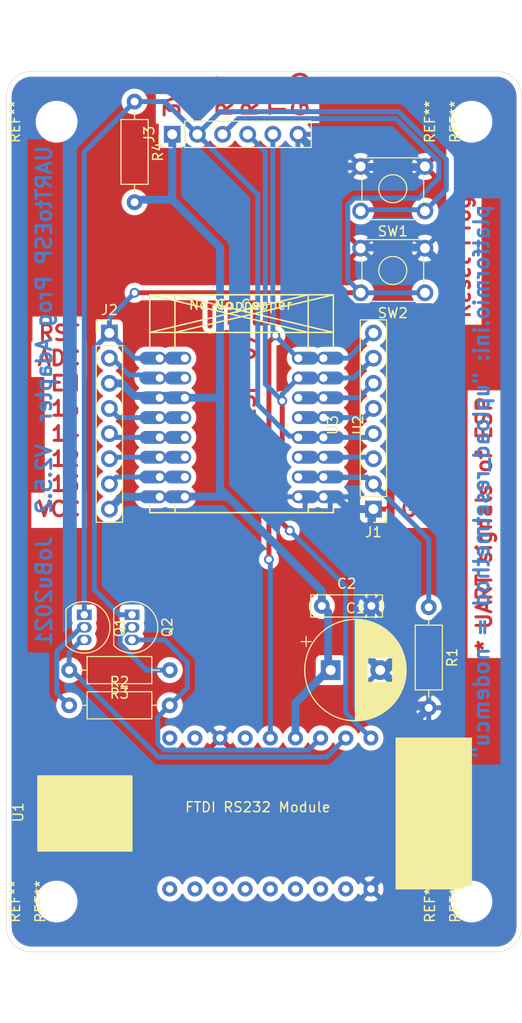
<source format=kicad_pcb>
(kicad_pcb (version 20211014) (generator pcbnew)
  (layers (0 "F.Cu" signal) (31 "B.Cu" signal) (34 "B.Paste" user) (35 "F.Paste" user) (36 "B.SilkS" user "B.Silkscreen") (37 "F.SilkS" user "F.Silkscreen") (38 "B.Mask" user) (39 "F.Mask" user) (44 "Edge.Cuts" user))
  (net 0 "")
  (net 1 "TX")
  (net 2 "RX")
  (net 3 "5")
  (net 4 "4")
  (net 5 "0")
  (net 6 "2")
  (net 7 "15")
  (net 8 "GND")
  (net 9 "13")
  (net 10 "12")
  (net 11 "14")
  (net 12 "16")
  (net 13 "ADC")
  (net 14 "RST")
  (net 15 "Net-(U1-Pad18)")
  (net 16 "Net-(U1-Pad17)")
  (net 17 "Net-(U1-Pad15)")
  (net 18 "Net-(U1-Pad8)")
  (net 19 "Net-(U1-Pad7)")
  (net 20 "Net-(U1-Pad6)")
  (net 21 "Net-(U1-Pad5)")
  (net 22 "Net-(U1-Pad4)")
  (net 23 "Net-(U1-Pad3)")
  (net 24 "Net-(U1-Pad2)")
  (net 25 "Net-(U1-Pad1)")
  (net 26 "/DTR")
  (net 27 "/RTSR")
  (net 28 "/RTS")
  (net 29 "/DTRR")
  (net 30 "VCC")
  (footprint "Package_TO_SOT_THT:TO-92_Inline" (layer "F.Cu") (at 50.038 90.17 -90)
    (fp_text reference "Q1" (at 1.27 -3.56 90) (layer "F.SilkS"))
    (fp_text value "BC547")
    (pad "1" thru_hole rect locked (at 0 0 270) (size 1.05 1.5) (drill 0.75) (layers *.Cu *.Mask) (net 5 "0"))
    (pad "2" thru_hole oval locked (at 1.27 0 270) (size 1.05 1.5) (drill 0.75) (layers *.Cu *.Mask) (net 27 "/RTSR"))
    (pad "3" thru_hole oval locked (at 2.54 0 270) (size 1.05 1.5) (drill 0.75) (layers *.Cu *.Mask) (net 26 "/DTR"))
  )
  (footprint "Package_TO_SOT_THT:TO-92_Inline" (layer "F.Cu") (at 54.864 90.17 -90)
    (fp_text reference "Q2" (at 1.27 -3.56 90) (layer "F.SilkS"))
    (fp_text value "BC547")
    (pad "1" thru_hole rect locked (at 0 0 270) (size 1.05 1.5) (drill 0.75) (layers *.Cu *.Mask) (net 14 "RST"))
    (pad "2" thru_hole oval locked (at 1.27 0 270) (size 1.05 1.5) (drill 0.75) (layers *.Cu *.Mask) (net 29 "/DTRR"))
    (pad "3" thru_hole oval locked (at 2.54 0 270) (size 1.05 1.5) (drill 0.75) (layers *.Cu *.Mask) (net 28 "/RTS"))
  )
  (footprint "Resistor_THT:R_Axial_DIN0207_L6.3mm_D2.5mm_P10.16mm_Horizontal" (layer "F.Cu") (at 84.836 89.408 -90)
    (fp_text reference "R1" (at 5.08 -2.37 90) (layer "F.SilkS"))
    (fp_text value "12kR")
    (pad "1" thru_hole circle locked (at 0 0 270) (size 1.6 1.6) (drill 0.8) (layers *.Cu *.Mask) (net 7 "15"))
    (pad "2" thru_hole oval locked (at 10.16 0 270) (size 1.6 1.6) (drill 0.8) (layers *.Cu *.Mask) (net 8 "GND"))
  )
  (footprint "Resistor_THT:R_Axial_DIN0207_L6.3mm_D2.5mm_P10.16mm_Horizontal" (layer "F.Cu") (at 48.514 99.314)
    (fp_text reference "R2" (at 5.08 -2.37) (layer "F.SilkS"))
    (fp_text value "1kR")
    (pad "1" thru_hole circle locked (at 0 0) (size 1.6 1.6) (drill 0.8) (layers *.Cu *.Mask) (net 27 "/RTSR"))
    (pad "2" thru_hole oval locked (at 10.16 0) (size 1.6 1.6) (drill 0.8) (layers *.Cu *.Mask) (net 28 "/RTS"))
  )
  (footprint "Resistor_THT:R_Axial_DIN0207_L6.3mm_D2.5mm_P10.16mm_Horizontal" (layer "F.Cu") (at 58.674 95.758 180)
    (fp_text reference "R3" (at 5.08 -2.37) (layer "F.SilkS"))
    (fp_text value "1kR")
    (pad "1" thru_hole circle locked (at 0 0 180) (size 1.6 1.6) (drill 0.8) (layers *.Cu *.Mask) (net 29 "/DTRR"))
    (pad "2" thru_hole oval locked (at 10.16 0 180) (size 1.6 1.6) (drill 0.8) (layers *.Cu *.Mask) (net 26 "/DTR"))
  )
  (footprint "USBtoUART_USBtoTTL_FT232RL:USBtoUART_USBtoTTL_FT232rl" (layer "F.Cu") (at 45.974 117.856 90)
    (fp_text reference "U1" (at 7.73 -2.6 90) (layer "F.SilkS"))
    (fp_text value "USBtoUART_adapter")
    (fp_text user "FTDI RS232 Module" (at 8.255 21.59) (layer "F.SilkS"))
    (pad "1" thru_hole circle locked (at 0 12.7 90) (size 1.524 1.524) (drill 0.762) (layers *.Cu *.Mask) (net 25 "Net-(U1-Pad1)"))
    (pad "2" thru_hole circle locked (at 0 15.24 90) (size 1.524 1.524) (drill 0.762) (layers *.Cu *.Mask) (net 24 "Net-(U1-Pad2)"))
    (pad "3" thru_hole circle locked (at 0 17.78 90) (size 1.524 1.524) (drill 0.762) (layers *.Cu *.Mask) (net 23 "Net-(U1-Pad3)"))
    (pad "4" thru_hole circle locked (at 0 20.32 90) (size 1.524 1.524) (drill 0.762) (layers *.Cu *.Mask) (net 22 "Net-(U1-Pad4)"))
    (pad "5" thru_hole circle locked (at 0 22.86 90) (size 1.524 1.524) (drill 0.762) (layers *.Cu *.Mask) (net 21 "Net-(U1-Pad5)"))
    (pad "6" thru_hole circle locked (at 0 25.4 90) (size 1.524 1.524) (drill 0.762) (layers *.Cu *.Mask) (net 20 "Net-(U1-Pad6)"))
    (pad "7" thru_hole circle locked (at 0 27.94 90) (size 1.524 1.524) (drill 0.762) (layers *.Cu *.Mask) (net 19 "Net-(U1-Pad7)"))
    (pad "8" thru_hole circle locked (at 0 30.48 90) (size 1.524 1.524) (drill 0.762) (layers *.Cu *.Mask) (net 18 "Net-(U1-Pad8)"))
    (pad "9" thru_hole circle locked (at 0 33.02 90) (size 1.524 1.524) (drill 0.762) (layers *.Cu *.Mask) (net 8 "GND"))
    (pad "10" thru_hole circle locked (at 15.24 33.02 90) (size 1.524 1.524) (drill 0.762) (layers *.Cu *.Mask) (net 2 "RX"))
    (pad "11" thru_hole circle locked (at 15.24 30.48 90) (size 1.524 1.524) (drill 0.762) (layers *.Cu *.Mask) (net 26 "/DTR"))
    (pad "12" thru_hole circle locked (at 15.24 27.94 90) (size 1.524 1.524) (drill 0.762) (layers *.Cu *.Mask) (net 28 "/RTS"))
    (pad "13" thru_hole circle locked (at 15.24 25.4 90) (size 1.524 1.524) (drill 0.762) (layers *.Cu *.Mask) (net 30 "VCC"))
    (pad "14" thru_hole circle locked (at 15.24 22.86 90) (size 1.524 1.524) (drill 0.762) (layers *.Cu *.Mask) (net 1 "TX"))
    (pad "15" thru_hole circle locked (at 15.24 20.32 90) (size 1.524 1.524) (drill 0.762) (layers *.Cu *.Mask) (net 17 "Net-(U1-Pad15)"))
    (pad "16" thru_hole circle locked (at 15.24 17.78 90) (size 1.524 1.524) (drill 0.762) (layers *.Cu *.Mask) (net 8 "GND"))
    (pad "17" thru_hole circle locked (at 15.24 15.24 90) (size 1.524 1.524) (drill 0.762) (layers *.Cu *.Mask) (net 16 "Net-(U1-Pad17)"))
    (pad "18" thru_hole circle locked (at 15.24 12.7 90) (size 1.524 1.524) (drill 0.762) (layers *.Cu *.Mask) (net 15 "Net-(U1-Pad18)"))
  )
  (footprint "Capacitor_THT:C_Rect_L7.0mm_W2.0mm_P5.00mm" (layer "F.Cu") (at 74.041 89.281)
    (fp_text reference "C2" (at 2.5 -2.25) (layer "F.SilkS"))
    (fp_text value "100nF")
    (pad "1" thru_hole circle locked (at 0 0) (size 1.6 1.6) (drill 0.8) (layers *.Cu *.Mask) (net 30 "VCC"))
    (pad "2" thru_hole circle locked (at 5 0) (size 1.6 1.6) (drill 0.8) (layers *.Cu *.Mask) (net 8 "GND"))
  )
  (footprint "MountingHole:MountingHole_3.2mm_M3" (layer "F.Cu") (at 47.244 119.126 90)
    (fp_text reference "REF**" (at 0 -4.2 90) (layer "F.SilkS"))
    (fp_text value "MountingHole_3.2mm_M3")
    (pad "" np_thru_hole circle locked (at 0 0 90) (size 3.2 3.2) (drill 3.2) (layers *.Cu *.Mask))
  )
  (footprint "MountingHole:MountingHole_3.2mm_M3" (layer "F.Cu") (at 89.154 119.126 90)
    (fp_text reference "REF**" (at 0 -4.2 90) (layer "F.SilkS"))
    (fp_text value "MountingHole_3.2mm_M3")
    (pad "" np_thru_hole circle locked (at 0 0 90) (size 3.2 3.2) (drill 3.2) (layers *.Cu *.Mask))
  )
  (footprint "MountingHole:MountingHole_3.2mm_M3" (layer "F.Cu") (at 47.244 40.386 90)
    (fp_text reference "REF**" (at 0 -4.2 90) (layer "F.SilkS"))
    (fp_text value "MountingHole_3.2mm_M3")
    (pad "" np_thru_hole circle locked (at 0 0 90) (size 3.2 3.2) (drill 3.2) (layers *.Cu *.Mask))
  )
  (footprint "fiducial-lpkf-kicad-footprint-master:LPKF_Passermarke_Pad_D1.5mm" (layer "F.Cu") (at 89.154 119.126 90)
    (fp_text reference "REF**" (at 0 -1.648 90) (layer "F.SilkS"))
    (fp_text value "LPKF_Passermarke_Pad_D1.5mm")
    (pad "1" smd circle locked (at 0 0 90) (size 1.5 1.5) (layers "F.Cu" "F.Mask" "Eco1.User"))
  )
  (footprint "fiducial-lpkf-kicad-footprint-master:LPKF_Passermarke_Pad_D1.5mm" (layer "F.Cu") (at 89.154 40.386 90)
    (fp_text reference "REF**" (at 0 -1.648 90) (layer "F.SilkS"))
    (fp_text value "LPKF_Passermarke_Pad_D1.5mm")
    (pad "1" smd circle locked (at 0 0 90) (size 1.5 1.5) (layers "F.Cu" "F.Mask" "Eco1.User"))
  )
  (footprint "fiducial-lpkf-kicad-footprint-master:LPKF_Passermarke_Pad_D1.5mm" (layer "F.Cu") (at 47.244 119.126 90)
    (fp_text reference "REF**" (at 0 -1.648 90) (layer "F.SilkS"))
    (fp_text value "LPKF_Passermarke_Pad_D1.5mm")
    (pad "1" smd circle locked (at 0 0 90) (size 1.5 1.5) (layers "F.Cu" "F.Mask" "Eco1.User"))
  )
  (footprint "Capacitor_THT:CP_Radial_D10.0mm_P5.00mm" (layer "F.Cu") (at 74.93 95.758)
    (fp_text reference "C1" (at 2.5 -6.25) (layer "F.SilkS"))
    (fp_text value "100µ")
    (pad "1" thru_hole rect locked (at 0 0) (size 2 2) (drill 1) (layers *.Cu *.Mask) (net 30 "VCC"))
    (pad "2" thru_hole circle locked (at 5 0) (size 2 2) (drill 1) (layers *.Cu *.Mask) (net 8 "GND"))
  )
  (footprint "Connector_PinHeader_2.54mm:PinHeader_1x06_P2.54mm_Vertical" (layer "F.Cu") (at 58.928 41.656 90)
    (fp_text reference "J3" (at 0 -2.33 90) (layer "F.SilkS"))
    (fp_text value "Conn_01x06_Female")
    (pad "1" thru_hole rect locked (at 0 0 90) (size 1.7 1.7) (drill 1) (layers *.Cu *.Mask) (net 30 "VCC"))
    (pad "2" thru_hole oval locked (at 0 2.54 90) (size 1.7 1.7) (drill 1) (layers *.Cu *.Mask) (net 5 "0"))
    (pad "3" thru_hole oval locked (at 0 5.08 90) (size 1.7 1.7) (drill 1) (layers *.Cu *.Mask) (net 14 "RST"))
    (pad "4" thru_hole oval locked (at 0 7.62 90) (size 1.7 1.7) (drill 1) (layers *.Cu *.Mask) (net 2 "RX"))
    (pad "5" thru_hole oval locked (at 0 10.16 90) (size 1.7 1.7) (drill 1) (layers *.Cu *.Mask) (net 1 "TX"))
    (pad "6" thru_hole oval locked (at 0 12.7 90) (size 1.7 1.7) (drill 1) (layers *.Cu *.Mask) (net 8 "GND"))
  )
  (footprint "MountingHole:MountingHole_3.2mm_M3" (layer "F.Cu") (at 89.154 40.386 90)
    (fp_text reference "REF**" (at 0 -4.2 90) (layer "F.SilkS"))
    (fp_text value "MountingHole_3.2mm_M3")
    (pad "" np_thru_hole circle locked (at 0 0 90) (size 3.2 3.2) (drill 3.2) (layers *.Cu *.Mask))
  )
  (footprint "Resistor_THT:R_Axial_DIN0207_L6.3mm_D2.5mm_P10.16mm_Horizontal" (layer "F.Cu") (at 55.118 38.354 -90)
    (fp_text reference "R4" (at 5.08 -2.37 90) (layer "F.SilkS"))
    (fp_text value "12k")
    (pad "1" thru_hole circle locked (at 0 0 270) (size 1.6 1.6) (drill 0.8) (layers *.Cu *.Mask) (net 5 "0"))
    (pad "2" thru_hole oval locked (at 10.16 0 270) (size 1.6 1.6) (drill 0.8) (layers *.Cu *.Mask) (net 30 "VCC"))
  )
  (footprint "Button_Switch_THT:SW_TH_Tactile_Omron_B3F-10xx" (layer "F.Cu") (at 84.455 49.403 180)
    (fp_text reference "SW1" (at 3.25 -2.05) (layer "F.SilkS"))
    (fp_text value "PROGRAM")
    (pad "1" thru_hole circle locked (at 0 0 180) (size 1.7 1.7) (drill 1) (layers *.Cu *.Mask) (net 5 "0"))
    (pad "2" thru_hole circle locked (at 6.5 0 180) (size 1.7 1.7) (drill 1) (layers *.Cu *.Mask) (net 5 "0"))
    (pad "3" thru_hole circle locked (at 0 4.5 180) (size 1.7 1.7) (drill 1) (layers *.Cu *.Mask) (net 8 "GND"))
    (pad "4" thru_hole circle locked (at 6.5 4.5 180) (size 1.7 1.7) (drill 1) (layers *.Cu *.Mask) (net 8 "GND"))
  )
  (footprint "Button_Switch_THT:SW_TH_Tactile_Omron_B3F-10xx" (layer "F.Cu") (at 84.455 57.658 180)
    (fp_text reference "SW2" (at 3.25 -2.05) (layer "F.SilkS"))
    (fp_text value "RESET")
    (pad "1" thru_hole circle locked (at 0 0 180) (size 1.7 1.7) (drill 1) (layers *.Cu *.Mask) (net 14 "RST"))
    (pad "2" thru_hole circle locked (at 6.5 0 180) (size 1.7 1.7) (drill 1) (layers *.Cu *.Mask) (net 14 "RST"))
    (pad "3" thru_hole circle locked (at 0 4.5 180) (size 1.7 1.7) (drill 1) (layers *.Cu *.Mask) (net 8 "GND"))
    (pad "4" thru_hole circle locked (at 6.5 4.5 180) (size 1.7 1.7) (drill 1) (layers *.Cu *.Mask) (net 8 "GND"))
  )
  (footprint "ESP8266:ESP-07_tht" (layer "F.Cu") (at 60.198 64.262)
    (fp_text reference "U2" (at 17.5 6.75 -270) (layer "F.SilkS"))
    (fp_text value "ESP-07")
    (fp_text user "No Copper" (at 6.892 -5.4) (layer "F.SilkS"))
    (pad "1" thru_hole oval locked (at 0 0) (size 2.7 1.3) (drill 0.8 (offset -0.7 0)) (layers *.Cu *.Mask) (net 14 "RST"))
    (pad "2" thru_hole oval locked (at 0 2) (size 2.7 1.3) (drill 0.8 (offset -0.7 0)) (layers *.Cu *.Mask) (net 13 "ADC"))
    (pad "3" thru_hole oval locked (at 0 4) (size 2.7 1.3) (drill 0.8 (offset -0.7 0)) (layers *.Cu *.Mask) (net 30 "VCC"))
    (pad "4" thru_hole oval locked (at 0 6) (size 2.7 1.3) (drill 0.8 (offset -0.7 0)) (layers *.Cu *.Mask) (net 12 "16"))
    (pad "5" thru_hole oval locked (at 0 8) (size 2.7 1.3) (drill 0.8 (offset -0.7 0)) (layers *.Cu *.Mask) (net 11 "14"))
    (pad "6" thru_hole oval locked (at 0 10) (size 2.7 1.3) (drill 0.8 (offset -0.7 0)) (layers *.Cu *.Mask) (net 10 "12"))
    (pad "7" thru_hole oval locked (at 0 12) (size 2.7 1.3) (drill 0.8 (offset -0.7 0)) (layers *.Cu *.Mask) (net 9 "13"))
    (pad "8" thru_hole oval locked (at 0 14) (size 2.7 1.3) (drill 0.8 (offset -0.7 0)) (layers *.Cu *.Mask) (net 30 "VCC"))
    (pad "9" thru_hole oval locked (at 14 14) (size 2.7 1.3) (drill 0.8 (offset 0.7 0)) (layers *.Cu *.Mask) (net 8 "GND"))
    (pad "10" thru_hole oval locked (at 14 12) (size 2.7 1.3) (drill 0.8 (offset 0.7 0)) (layers *.Cu *.Mask) (net 7 "15"))
    (pad "11" thru_hole oval locked (at 14 10) (size 2.7 1.3) (drill 0.8 (offset 0.7 0)) (layers *.Cu *.Mask) (net 6 "2"))
    (pad "12" thru_hole oval locked (at 14 8) (size 2.7 1.3) (drill 0.8 (offset 0.7 0)) (layers *.Cu *.Mask) (net 5 "0"))
    (pad "13" thru_hole oval locked (at 14 6) (size 2.7 1.3) (drill 0.8 (offset 0.7 0)) (layers *.Cu *.Mask) (net 4 "4"))
    (pad "14" thru_hole oval locked (at 14 4) (size 2.7 1.3) (drill 0.8 (offset 0.7 0)) (layers *.Cu *.Mask) (net 3 "5"))
    (pad "15" thru_hole oval locked (at 14 2) (size 2.7 1.3) (drill 0.8 (offset 0.7 0)) (layers *.Cu *.Mask) (net 2 "RX"))
    (pad "16" thru_hole oval locked (at 14 0) (size 2.7 1.3) (drill 0.8 (offset 0.7 0)) (layers *.Cu *.Mask) (net 1 "TX"))
  )
  (footprint "ESP8266:ESP-07_tht" (layer "F.Cu") (at 57.658 64.262)
    (fp_text reference "U3" (at 17.5 6.75 -270) (layer "F.SilkS"))
    (fp_text value "ESP-07")
    (fp_text user "No Copper" (at 6.892 -5.4) (layer "F.SilkS"))
    (pad "1" thru_hole oval locked (at 0 0) (size 2.7 1.3) (drill 0.8 (offset -0.7 0)) (layers *.Cu *.Mask) (net 14 "RST"))
    (pad "2" thru_hole oval locked (at 0 2) (size 2.7 1.3) (drill 0.8 (offset -0.7 0)) (layers *.Cu *.Mask) (net 13 "ADC"))
    (pad "3" thru_hole oval locked (at 0 4) (size 2.7 1.3) (drill 0.8 (offset -0.7 0)) (layers *.Cu *.Mask) (net 30 "VCC"))
    (pad "4" thru_hole oval locked (at 0 6) (size 2.7 1.3) (drill 0.8 (offset -0.7 0)) (layers *.Cu *.Mask) (net 12 "16"))
    (pad "5" thru_hole oval locked (at 0 8) (size 2.7 1.3) (drill 0.8 (offset -0.7 0)) (layers *.Cu *.Mask) (net 11 "14"))
    (pad "6" thru_hole oval locked (at 0 10) (size 2.7 1.3) (drill 0.8 (offset -0.7 0)) (layers *.Cu *.Mask) (net 10 "12"))
    (pad "7" thru_hole oval locked (at 0 12) (size 2.7 1.3) (drill 0.8 (offset -0.7 0)) (layers *.Cu *.Mask) (net 9 "13"))
    (pad "8" thru_hole oval locked (at 0 14) (size 2.7 1.3) (drill 0.8 (offset -0.7 0)) (layers *.Cu *.Mask) (net 30 "VCC"))
    (pad "9" thru_hole oval locked (at 14 14) (size 2.7 1.3) (drill 0.8 (offset 0.7 0)) (layers *.Cu *.Mask) (net 8 "GND"))
    (pad "10" thru_hole oval locked (at 14 12) (size 2.7 1.3) (drill 0.8 (offset 0.7 0)) (layers *.Cu *.Mask) (net 7 "15"))
    (pad "11" thru_hole oval locked (at 14 10) (size 2.7 1.3) (drill 0.8 (offset 0.7 0)) (layers *.Cu *.Mask) (net 6 "2"))
    (pad "12" thru_hole oval locked (at 14 8) (size 2.7 1.3) (drill 0.8 (offset 0.7 0)) (layers *.Cu *.Mask) (net 5 "0"))
    (pad "13" thru_hole oval locked (at 14 6) (size 2.7 1.3) (drill 0.8 (offset 0.7 0)) (layers *.Cu *.Mask) (net 4 "4"))
    (pad "14" thru_hole oval locked (at 14 4) (size 2.7 1.3) (drill 0.8 (offset 0.7 0)) (layers *.Cu *.Mask) (net 3 "5"))
    (pad "15" thru_hole oval locked (at 14 2) (size 2.7 1.3) (drill 0.8 (offset 0.7 0)) (layers *.Cu *.Mask) (net 2 "RX"))
    (pad "16" thru_hole oval locked (at 14 0) (size 2.7 1.3) (drill 0.8 (offset 0.7 0)) (layers *.Cu *.Mask) (net 1 "TX"))
  )
  (footprint "Connector_PinHeader_2.54mm:PinHeader_1x08_P2.54mm_Vertical" (layer "F.Cu") (at 79.248 79.502 180)
    (fp_text reference "J1" (at 0 -2.33) (layer "F.SilkS"))
    (fp_text value "Conn_01x08_Female")
    (pad "1" thru_hole rect locked (at 0 0 180) (size 1.7 1.7) (drill 1) (layers *.Cu *.Mask) (net 8 "GND"))
    (pad "2" thru_hole oval locked (at 0 2.54 180) (size 1.7 1.7) (drill 1) (layers *.Cu *.Mask) (net 7 "15"))
    (pad "3" thru_hole oval locked (at 0 5.08 180) (size 1.7 1.7) (drill 1) (layers *.Cu *.Mask) (net 6 "2"))
    (pad "4" thru_hole oval locked (at 0 7.62 180) (size 1.7 1.7) (drill 1) (layers *.Cu *.Mask) (net 5 "0"))
    (pad "5" thru_hole oval locked (at 0 10.16 180) (size 1.7 1.7) (drill 1) (layers *.Cu *.Mask) (net 4 "4"))
    (pad "6" thru_hole oval locked (at 0 12.7 180) (size 1.7 1.7) (drill 1) (layers *.Cu *.Mask) (net 3 "5"))
    (pad "7" thru_hole oval locked (at 0 15.24 180) (size 1.7 1.7) (drill 1) (layers *.Cu *.Mask) (net 2 "RX"))
    (pad "8" thru_hole oval locked (at 0 17.78 180) (size 1.7 1.7) (drill 1) (layers *.Cu *.Mask) (net 1 "TX"))
  )
  (footprint "Connector_PinHeader_2.54mm:PinHeader_1x08_P2.54mm_Vertical" (layer "F.Cu") (at 52.578 61.722)
    (fp_text reference "J2" (at 0 -2.33) (layer "F.SilkS"))
    (fp_text value "Conn_01x08_Female")
    (pad "1" thru_hole rect locked (at 0 0) (size 1.7 1.7) (drill 1) (layers *.Cu *.Mask) (net 14 "RST"))
    (pad "2" thru_hole oval locked (at 0 2.54) (size 1.7 1.7) (drill 1) (layers *.Cu *.Mask) (net 13 "ADC"))
    (pad "3" thru_hole oval locked (at 0 5.08) (size 1.7 1.7) (drill 1) (layers *.Cu *.Mask) (net 30 "VCC"))
    (pad "4" thru_hole oval locked (at 0 7.62) (size 1.7 1.7) (drill 1) (layers *.Cu *.Mask) (net 12 "16"))
    (pad "5" thru_hole oval locked (at 0 10.16) (size 1.7 1.7) (drill 1) (layers *.Cu *.Mask) (net 11 "14"))
    (pad "6" thru_hole oval locked (at 0 12.7) (size 1.7 1.7) (drill 1) (layers *.Cu *.Mask) (net 10 "12"))
    (pad "7" thru_hole oval locked (at 0 15.24) (size 1.7 1.7) (drill 1) (layers *.Cu *.Mask) (net 9 "13"))
    (pad "8" thru_hole oval locked (at 0 17.78) (size 1.7 1.7) (drill 1) (layers *.Cu *.Mask) (net 30 "VCC"))
  )
  (gr_line (start 91.694 124.206) (end 44.704 124.206) (layer "Edge.Cuts") (width 0.05))
  (gr_line (start 42.164 121.666) (end 42.164 37.846) (layer "Edge.Cuts") (width 0.05))
  (gr_line (start 94.234 37.846) (end 94.234 121.666) (layer "Edge.Cuts") (width 0.05))
  (gr_arc (start 94.234 121.666) (mid 93.490051 123.462051) (end 91.694 124.206) (layer "Edge.Cuts") (width 0.05))
  (gr_arc (start 91.694 35.306) (mid 93.490051 36.049949) (end 94.234 37.846) (layer "Edge.Cuts") (width 0.05))
  (gr_line (start 94.234 121.666) (end 94.234 37.846) (layer "Edge.Cuts") (width 0.05))
  (gr_arc (start 42.164 37.846) (mid 42.907949 36.049949) (end 44.704 35.306) (layer "Edge.Cuts") (width 0.05))
  (gr_line (start 44.704 35.306) (end 91.694 35.306) (layer "Edge.Cuts") (width 0.05))
  (gr_arc (start 44.704 124.206) (mid 42.907949 123.462051) (end 42.164 121.666) (layer "Edge.Cuts") (width 0.05))
  (gr_text "Program\n" (at 88.265 48.26 90) (layer "F.Cu") (effects (font (size 1.5 1.5) (thickness 0.3))))
  (gr_text "Reset" (at 88.265 57.15 90) (layer "F.Cu") (effects (font (size 1.5 1.5) (thickness 0.3))))
  (gr_text "GND\n" (at 84.328 79.502) (layer "F.Cu") (effects (font (size 1.5 1.5) (thickness 0.3))))
  (gr_text "RX*" (at 84.074 64.262) (layer "F.Cu") (effects (font (size 1.5 1.5) (thickness 0.3))))
  (gr_text "RST" (at 47.498 61.722) (layer "F.Cu") (effects (font (size 1.5 1.5) (thickness 0.3))))
  (gr_text "12" (at 48.133 74.422) (layer "F.Cu") (effects (font (size 1.5 1.5) (thickness 0.3))))
  (gr_text "TX*" (at 84.074 61.722) (layer "F.Cu") (effects (font (size 1.5 1.5) (thickness 0.3))))
  (gr_text "2" (at 83.058 74.422) (layer "F.Cu") (effects (font (size 1.5 1.5) (thickness 0.3))))
  (gr_text "15\n" (at 83.693 76.962) (layer "F.Cu") (effects (font (size 1.5 1.5) (thickness 0.3))))
  (gr_text "ESP-07\n" (at 66.548 66.167 90) (layer "F.Cu") (effects (font (size 1.5 1.5) (thickness 0.3))))
  (gr_text "14" (at 48.133 71.882) (layer "F.Cu") (effects (font (size 1.5 1.5) (thickness 0.3))))
  (gr_text "13\n" (at 48.133 76.962) (layer "F.Cu") (effects (font (size 1.5 1.5) (thickness 0.3))))
  (gr_text "ADC" (at 47.498 64.262) (layer "F.Cu") (effects (font (size 1.5 1.5) (thickness 0.3))))
  (gr_text "VCC" (at 47.498 79.502) (layer "F.Cu") (effects (font (size 1.5 1.5) (thickness 0.3))))
  (gr_text "0" (at 83.058 71.882) (layer "F.Cu") (effects (font (size 1.5 1.5) (thickness 0.3))))
  (gr_text "5" (at 83.058 66.802) (layer "F.Cu") (effects (font (size 1.5 1.5) (thickness 0.3))))
  (gr_text "EN\n" (at 48.133 66.802) (layer "F.Cu") (effects (font (size 1.5 1.5) (thickness 0.3))))
  (gr_text "4" (at 83.058 69.342) (layer "F.Cu") (effects (font (size 1.5 1.5) (thickness 0.3))))
  (gr_text "16" (at 48.133 69.342) (layer "F.Cu") (effects (font (size 1.5 1.5) (thickness 0.3))))
  (gr_text "GND" (at 71.882 37.592 90) (layer "F.Cu") (effects (font (size 1.5 1.5) (thickness 0.3))))
  (gr_text "0" (at 61.468 39.116 90) (layer "F.Cu") (effects (font (size 1.5 1.5) (thickness 0.3))))
  (gr_text "FTDI RS232 Module\n" (at 66.929 110.871) (layer "F.Cu") (effects (font (size 1.5 1.5) (thickness 0.3))))
  (gr_text "* UART signals of ESP" (at 90.424 81.026 90) (layer "F.Cu") (effects (font (size 1.5 1.5) (thickness 0.3))))
  (gr_text "RX*" (at 66.802 37.846 90) (layer "F.Cu") (effects (font (size 1.5 1.5) (thickness 0.3))))
  (gr_text "3V3" (at 58.928 37.846 90) (layer "F.Cu") (effects (font (size 1.5 1.5) (thickness 0.3))))
  (gr_text "RST" (at 64.262 37.846 90) (layer "F.Cu") (effects (font (size 1.5 1.5) (thickness 0.3))))
  (gr_text "TX*" (at 69.596 37.846 90) (layer "F.Cu") (effects (font (size 1.5 1.5) (thickness 0.3))))
  (gr_text "UARTtoESP Prog Adapter  V2.5.2  JoBu2021" (at 45.974 68.072 90) (layer "B.Cu") (effects (font (size 1.5 1.5) (thickness 0.3)) (justify mirror)))
  (gr_text "platformio.ini: \"upload_resetmethod = nodemcu\"" (at 90.17 76.708 90) (layer "B.Cu") (effects (font (size 1.5 1.5) (thickness 0.3)) (justify mirror)))
  (segment (start 66.04 58.674) (end 67.067998 58.674) (width 0.5) (layer "F.Cu") (net 0))
  (segment (start 63.754 58.674) (end 63.754 60.871999) (width 0.5) (layer "F.Cu") (net 0))
  (segment (start 67.067998 58.674) (end 67.31 58.674) (width 0.5) (layer "F.Cu") (net 0))
  (segment (start 70.612 60.706) (end 70.612 58.928) (width 0.5) (layer "F.Cu") (net 0))
  (segment (start 69.596 58.928) (end 69.596 60.706) (width 0.5) (layer "F.Cu") (net 0))
  (segment (start 67.31 60.706) (end 68.58 60.706) (width 0.5) (layer "F.Cu") (net 0))
  (segment (start 68.58 60.706) (end 68.58 58.928) (width 0.5) (layer "F.Cu") (net 0))
  (segment (start 62.738 58.674) (end 62.738 61.02199) (width 0.5) (layer "F.Cu") (net 0))
  (segment (start 69.596 60.706) (end 70.612 60.706) (width 0.5) (layer "F.Cu") (net 0))
  (segment (start 71.882 58.928) (end 71.882 61.214) (width 0.5) (layer "F.Cu") (net 0))
  (segment (start 70.612 58.928) (end 71.882 58.928) (width 0.5) (layer "F.Cu") (net 0))
  (segment (start 64.77 58.674) (end 64.77 60.706) (width 0.5) (layer "F.Cu") (net 0))
  (segment (start 68.58 58.928) (end 69.596 58.928) (width 0.5) (layer "F.Cu") (net 0))
  (segment (start 66.04 60.706) (end 66.04 58.674) (width 0.5) (layer "F.Cu") (net 0))
  (segment (start 63.754 58.674) (end 64.77 58.674) (width 0.5) (layer "F.Cu") (net 0))
  (segment (start 64.77 60.706) (end 66.04 60.706) (width 0.5) (layer "F.Cu") (net 0))
  (segment (start 67.31 58.674) (end 67.31 60.706) (width 0.5) (layer "F.Cu") (net 0))
  (segment (start 62.738 58.674) (end 63.754 58.674) (width 0.5) (layer "F.Cu") (net 0))
  (segment (start 45.339 106.426) (end 45.339 114.046) (width 0.5) (layer "F.Cu") (net 0))
  (segment (start 82.804 106.426) (end 87.884 106.426) (width 0.5) (layer "F.Cu") (net 0))
  (segment (start 82.804 103.886) (end 87.884 103.886) (width 0.5) (layer "F.Cu") (net 0))
  (segment (start 45.339 114.046) (end 54.864 114.046) (width 0.5) (layer "F.Cu") (net 0))
  (segment (start 82.804 116.586) (end 87.884 116.586) (width 0.5) (layer "F.Cu") (net 0))
  (segment (start 82.804 114.046) (end 87.884 114.046) (width 0.5) (layer "F.Cu") (net 0))
  (segment (start 82.804 108.966) (end 87.884 108.966) (width 0.5) (layer "F.Cu") (net 0))
  (segment (start 54.864 114.046) (end 54.864 106.426) (width 0.5) (layer "F.Cu") (net 0))
  (segment (start 82.804 111.506) (end 87.884 111.506) (width 0.5) (layer "F.Cu") (net 0))
  (segment (start 54.864 106.426) (end 45.339 106.426) (width 0.5) (layer "F.Cu") (net 0))
  (segment (start 69.342 61.976) (end 68.691179 62.626821) (width 0.5) (layer "F.Cu") (net 1))
  (segment (start 68.691179 62.626821) (end 68.691179 84.582) (width 0.5) (layer "F.Cu") (net 1))
  (via (at 69.342 61.976) (size 1) (drill 0.6) (layers "F.Cu" "B.Cu") (net 1))
  (via (at 68.691179 84.582) (size 1) (drill 0.6) (layers "F.Cu" "B.Cu") (net 1))
  (segment (start 76.708 64.262) (end 79.248 61.722) (width 0.5) (layer "B.Cu") (net 1))
  (segment (start 71.658 64.262) (end 76.708 64.262) (width 0.5) (layer "B.Cu") (net 1))
  (segment (start 68.834 84.724821) (end 68.691179 84.582) (width 0.5) (layer "B.Cu") (net 1))
  (segment (start 69.088 41.656) (end 69.088 61.722) (width 0.5) (layer "B.Cu") (net 1))
  (segment (start 69.088 61.722) (end 69.342 61.976) (width 0.5) (layer "B.Cu") (net 1))
  (segment (start 69.342 61.976) (end 71.628 64.262) (width 0.5) (layer "B.Cu") (net 1))
  (segment (start 68.834 102.616) (end 68.834 84.724821) (width 0.5) (layer "B.Cu") (net 1))
  (segment (start 70.03801 80.908236) (end 70.03801 68.58) (width 0.5) (layer "F.Cu") (net 2))
  (segment (start 70.80001 81.670236) (end 70.03801 80.908236) (width 0.5) (layer "F.Cu") (net 2))
  (via (at 70.03801 68.58) (size 1) (drill 0.6) (layers "F.Cu" "B.Cu") (net 2))
  (via (at 70.80001 81.670236) (size 1) (drill 0.6) (layers "F.Cu" "B.Cu") (net 2))
  (segment (start 71.658 66.262) (end 77.248 66.262) (width 0.5) (layer "B.Cu") (net 2))
  (segment (start 77.248 66.262) (end 79.248 64.262) (width 0.5) (layer "B.Cu") (net 2))
  (segment (start 71.658 66.262) (end 71.658 65.816) (width 0.5) (layer "B.Cu") (net 2))
  (segment (start 68.326 43.434) (end 68.326 66.86799) (width 0.5) (layer "B.Cu") (net 2))
  (segment (start 68.326 66.86799) (end 70.03801 68.58) (width 0.5) (layer "B.Cu") (net 2))
  (segment (start 78.994 102.616) (end 76.454 100.076) (width 0.5) (layer "B.Cu") (net 2))
  (segment (start 70.03801 67.88399) (end 71.628 66.294) (width 0.5) (layer "B.Cu") (net 2))
  (segment (start 66.548 41.656) (end 68.326 43.434) (width 0.5) (layer "B.Cu") (net 2))
  (segment (start 76.454 87.324226) (end 70.80001 81.670236) (width 0.5) (layer "B.Cu") (net 2))
  (segment (start 70.03801 68.58) (end 70.03801 67.88399) (width 0.5) (layer "B.Cu") (net 2))
  (segment (start 76.454 100.076) (end 76.454 87.324226) (width 0.5) (layer "B.Cu") (net 2))
  (segment (start 71.658 68.262) (end 77.788 68.262) (width 0.5) (layer "B.Cu") (net 3))
  (segment (start 77.788 68.262) (end 79.248 66.802) (width 0.5) (layer "B.Cu") (net 3))
  (segment (start 78.328 70.262) (end 79.248 69.342) (width 0.5) (layer "B.Cu") (net 4))
  (segment (start 71.658 70.262) (end 78.328 70.262) (width 0.5) (layer "B.Cu") (net 4))
  (segment (start 77.978 49.276) (end 84.328 49.276) (width 0.5) (layer "B.Cu") (net 5))
  (segment (start 78.868 72.262) (end 79.248 71.882) (width 0.5) (layer "B.Cu") (net 5))
  (segment (start 71.658 72.262) (end 78.868 72.262) (width 0.5) (layer "B.Cu") (net 5))
  (segment (start 61.468 41.656) (end 67.564 47.752) (width 0.5) (layer "B.Cu") (net 5))
  (segment (start 70.758276 72.136) (end 71.628 72.136) (width 0.5) (layer "B.Cu") (net 5))
  (segment (start 50.038 43.434) (end 55.118 38.354) (width 0.5) (layer "B.Cu") (net 5))
  (segment (start 67.564 68.941724) (end 70.758276 72.136) (width 0.5) (layer "B.Cu") (net 5))
  (segment (start 58.166 38.354) (end 55.118 38.354) (width 0.5) (layer "B.Cu") (net 5))
  (segment (start 86.614 47.244) (end 86.614 44.196) (width 0.5) (layer "B.Cu") (net 5))
  (segment (start 67.564 47.752) (end 67.564 68.941724) (width 0.5) (layer "B.Cu") (net 5))
  (segment (start 84.455 49.403) (end 86.614 47.244) (width 0.5) (layer "B.Cu") (net 5))
  (segment (start 50.038 90.17) (end 50.038 43.434) (width 0.5) (layer "B.Cu") (net 5))
  (segment (start 61.468 41.656) (end 58.166 38.354) (width 0.5) (layer "B.Cu") (net 5))
  (segment (start 81.788 39.37) (end 63.754 39.37) (width 0.5) (layer "B.Cu") (net 5))
  (segment (start 86.614 44.196) (end 81.788 39.37) (width 0.5) (layer "B.Cu") (net 5))
  (segment (start 63.754 39.37) (end 61.468 41.656) (width 0.5) (layer "B.Cu") (net 5))
  (segment (start 79.088 74.262) (end 79.248 74.422) (width 0.5) (layer "B.Cu") (net 6))
  (segment (start 71.658 74.262) (end 79.088 74.262) (width 0.5) (layer "B.Cu") (net 6))
  (segment (start 78.613 76.327) (end 79.248 76.962) (width 0.5) (layer "B.Cu") (net 7))
  (segment (start 78.548 76.262) (end 79.248 76.962) (width 0.5) (layer "B.Cu") (net 7))
  (segment (start 71.658 76.262) (end 78.548 76.262) (width 0.5) (layer "B.Cu") (net 7))
  (segment (start 71.628 76.327) (end 78.613 76.327) (width 0.5) (layer "B.Cu") (net 7))
  (segment (start 79.248 76.962) (end 84.836 82.55) (width 0.5) (layer "B.Cu") (net 7))
  (segment (start 84.836 82.55) (end 84.836 89.408) (width 0.5) (layer "B.Cu") (net 7))
  (segment (start 84.328 53.086) (end 77.978 53.086) (width 0.8) (layer "B.Cu") (net 8))
  (segment (start 77.978 44.958) (end 84.582 44.958) (width 0.8) (layer "B.Cu") (net 8))
  (segment (start 79.248 79.502) (end 76.708 79.502) (width 0.8) (layer "B.Cu") (net 8))
  (segment (start 79.248 79.502) (end 79.608002 79.502) (width 0.8) (layer "B.Cu") (net 8))
  (segment (start 76.708 79.502) (end 75.438 78.232) (width 0.8) (layer "B.Cu") (net 8))
  (segment (start 75.438 78.232) (end 71.628 78.232) (width 0.8) (layer "B.Cu") (net 8))
  (segment (start 75.692 45.72) (end 74.041 44.069) (width 0.8) (layer "B.Cu") (net 8))
  (segment (start 87.122 61.214) (end 87.122 89.194002) (width 0.8) (layer "B.Cu") (net 8))
  (segment (start 87.122 61.214) (end 85.016001 59.108001) (width 0.8) (layer "B.Cu") (net 8))
  (segment (start 74.875 44.903) (end 74.041 44.069) (width 0.8) (layer "B.Cu") (net 8))
  (segment (start 80.518 116.078) (end 78.994 117.602) (width 0.8) (layer "B.Cu") (net 8))
  (segment (start 79.041 89.281) (end 79.041 79.709) (width 0.8) (layer "B.Cu") (net 8))
  (segment (start 78.994 89.154) (end 78.994 94.742) (width 0.8) (layer "B.Cu") (net 8))
  (segment (start 80.518 108.204) (end 79.756 108.204) (width 0.8) (layer "B.Cu") (net 8))
  (segment (start 80.518 105.918) (end 80.518 108.204) (width 0.8) (layer "B.Cu") (net 8))
  (segment (start 80.518 108.204) (end 80.518 116.078) (width 0.8) (layer "B.Cu") (net 8))
  (segment (start 77.955 44.903) (end 74.875 44.903) (width 0.8) (layer "B.Cu") (net 8))
  (segment (start 77.258999 59.108001) (end 75.692 57.541002) (width 0.8) (layer "B.Cu") (net 8))
  (segment (start 84.836 99.568) (end 82.804 101.6) (width 0.8) (layer "B.Cu") (net 8))
  (segment (start 82.804 101.6) (end 82.804 103.632) (width 0.8) (layer "B.Cu") (net 8))
  (segment (start 84.455 53.158) (end 87.122 55.825) (width 0.8) (layer "B.Cu") (net 8))
  (segment (start 85.016001 59.108001) (end 77.258999 59.108001) (width 0.8) (layer "B.Cu") (net 8))
  (segment (start 84.582 99.314) (end 84.836 99.568) (width 0.8) (layer "B.Cu") (net 8))
  (segment (start 78.994 94.742) (end 83.566 99.314) (width 0.8) (layer "B.Cu") (net 8))
  (segment (start 75.692 57.541002) (end 75.692 45.72) (width 0.8) (layer "B.Cu") (net 8))
  (segment (start 83.566 99.314) (end 84.582 99.314) (width 0.8) (layer "B.Cu") (net 8))
  (segment (start 87.122 89.194002) (end 80.558002 95.758) (width 0.8) (layer "B.Cu") (net 8))
  (segment (start 79.041 79.709) (end 79.248 79.502) (width 0.8) (layer "B.Cu") (net 8))
  (segment (start 74.041 44.069) (end 71.628 41.656) (width 0.8) (layer "B.Cu") (net 8))
  (segment (start 87.122 55.825) (end 87.122 61.214) (width 0.8) (layer "B.Cu") (net 8))
  (segment (start 82.804 103.632) (end 80.518 105.918) (width 0.8) (layer "B.Cu") (net 8))
  (segment (start 80.558002 95.758) (end 79.756 95.758) (width 0.8) (layer "B.Cu") (net 8))
  (segment (start 60.198 76.262) (end 53.278 76.262) (width 0.5) (layer "B.Cu") (net 9))
  (segment (start 53.278 76.262) (end 52.578 76.962) (width 0.5) (layer "B.Cu") (net 9))
  (segment (start 60.198 74.262) (end 52.738 74.262) (width 0.5) (layer "B.Cu") (net 10))
  (segment (start 60.198 72.262) (end 52.958 72.262) (width 0.5) (layer "B.Cu") (net 11))
  (segment (start 53.498 70.262) (end 52.578 69.342) (width 0.5) (layer "B.Cu") (net 12))
  (segment (start 60.198 70.262) (end 53.498 70.262) (width 0.5) (layer "B.Cu") (net 12))
  (segment (start 57.648 66.262) (end 57.33799 65.95199) (width 0.5) (layer "B.Cu") (net 13))
  (segment (start 60.198 66.262) (end 57.648 66.262) (width 0.5) (layer "B.Cu") (net 13))
  (segment (start 52.838 64.232) (end 52.608 64.232) (width 0.5) (layer "B.Cu") (net 13))
  (segment (start 54.55799 65.95199) (end 52.838 64.232) (width 0.5) (layer "B.Cu") (net 13))
  (segment (start 57.33799 65.95199) (end 54.55799 65.95199) (width 0.5) (layer "B.Cu") (net 13))
  (segment (start 77.955 57.658) (end 55.118 57.658) (width 0.5) (layer "F.Cu") (net 14))
  (via (at 55.118 57.658) (size 1) (drill 0.6) (layers "F.Cu" "B.Cu") (net 14))
  (segment (start 57.658 64.262) (end 55.118 64.262) (width 0.5) (layer "B.Cu") (net 14))
  (segment (start 55.118 64.262) (end 52.578 61.722) (width 0.5) (layer "B.Cu") (net 14))
  (segment (start 60.198 64.262) (end 57.658 64.262) (width 0.5) (layer "B.Cu") (net 14))
  (segment (start 76.654999 56.334999) (end 77.978 57.658) (width 0.5) (layer "B.Cu") (net 14))
  (segment (start 52.578 60.198) (end 52.578 61.722) (width 0.5) (layer "B.Cu") (net 14))
  (segment (start 54.864 90.17) (end 53.614 90.17) (width 0.5) (layer "B.Cu") (net 14))
  (segment (start 85.852 44.423962) (end 85.852 46.081998) (width 0.5) (layer "B.Cu") (net 14))
  (segment (start 84.455 57.658) (end 77.978 57.658) (width 0.5) (layer "B.Cu") (net 14))
  (segment (start 83.830999 48.102999) (end 77.330999 48.102999) (width 0.5) (layer "B.Cu") (net 14))
  (segment (start 77.330999 48.102999) (end 76.654999 48.778999) (width 0.5) (layer "B.Cu") (net 14))
  (segment (start 51.054 63.246) (end 52.578 61.722) (width 0.5) (layer "B.Cu") (net 14))
  (segment (start 51.054 87.61) (end 51.054 63.246) (width 0.5) (layer "B.Cu") (net 14))
  (segment (start 55.118 57.658) (end 53.086 59.69) (width 0.5) (layer "B.Cu") (net 14))
  (segment (start 76.654999 48.778999) (end 76.654999 56.334999) (width 0.5) (layer "B.Cu") (net 14))
  (segment (start 85.852 46.081998) (end 83.830999 48.102999) (width 0.5) (layer "B.Cu") (net 14))
  (segment (start 53.086 59.69) (end 52.578 60.198) (width 0.5) (layer "B.Cu") (net 14))
  (segment (start 81.498048 40.07001) (end 85.852 44.423962) (width 0.5) (layer "B.Cu") (net 14))
  (segment (start 64.008 41.656) (end 65.59399 40.07001) (width 0.5) (layer "B.Cu") (net 14))
  (segment (start 53.614 90.17) (end 51.054 87.61) (width 0.5) (layer "B.Cu") (net 14))
  (segment (start 65.59399 40.07001) (end 81.498048 40.07001) (width 0.5) (layer "B.Cu") (net 14))
  (segment (start 48.768 95.758) (end 48.514 95.758) (width 0.5) (layer "B.Cu") (net 26))
  (segment (start 49.784 92.71) (end 48.514 93.98) (width 0.5) (layer "B.Cu") (net 26))
  (segment (start 50.038 92.71) (end 49.784 92.71) (width 0.5) (layer "B.Cu") (net 26))
  (segment (start 48.514 93.98) (end 48.514 95.758) (width 0.5) (layer "B.Cu") (net 26))
  (segment (start 57.538011 104.528011) (end 48.768 95.758) (width 0.5) (layer "B.Cu") (net 26))
  (segment (start 74.541989 104.528011) (end 57.538011 104.528011) (width 0.5) (layer "B.Cu") (net 26))
  (segment (start 76.454 102.616) (end 74.541989 104.528011) (width 0.5) (layer "B.Cu") (net 26))
  (segment (start 49.704128 91.44) (end 47.263999 93.880129) (width 0.5) (layer "B.Cu") (net 27))
  (segment (start 47.263999 98.063999) (end 48.514 99.314) (width 0.5) (layer "B.Cu") (net 27))
  (segment (start 50.038 91.44) (end 49.704128 91.44) (width 0.5) (layer "B.Cu") (net 27))
  (segment (start 47.263999 93.880129) (end 47.263999 98.063999) (width 0.5) (layer "B.Cu") (net 27))
  (segment (start 57.461999 100.526001) (end 60.452 97.536) (width 0.5) (layer "B.Cu") (net 28))
  (segment (start 73.914 102.616) (end 72.701999 103.828001) (width 0.5) (layer "B.Cu") (net 28))
  (segment (start 58.166 92.71) (end 54.864 92.71) (width 0.5) (layer "B.Cu") (net 28))
  (segment (start 72.701999 103.828001) (end 58.092239 103.828001) (width 0.5) (layer "B.Cu") (net 28))
  (segment (start 60.452 97.536) (end 60.452 94.996) (width 0.5) (layer "B.Cu") (net 28))
  (segment (start 58.092239 103.828001) (end 57.461999 103.197761) (width 0.5) (layer "B.Cu") (net 28))
  (segment (start 57.461999 103.197761) (end 57.461999 100.526001) (width 0.5) (layer "B.Cu") (net 28))
  (segment (start 60.452 94.996) (end 58.166 92.71) (width 0.5) (layer "B.Cu") (net 28))
  (segment (start 58.674 95.758) (end 56.308128 95.758) (width 0.5) (layer "B.Cu") (net 29))
  (segment (start 53.66399 92.306138) (end 54.530128 91.44) (width 0.5) (layer "B.Cu") (net 29))
  (segment (start 56.308128 95.758) (end 53.66399 93.113862) (width 0.5) (layer "B.Cu") (net 29))
  (segment (start 54.530128 91.44) (end 54.864 91.44) (width 0.5) (layer "B.Cu") (net 29))
  (segment (start 53.66399 93.113862) (end 53.66399 92.306138) (width 0.5) (layer "B.Cu") (net 29))
  (segment (start 63.754 71.628) (end 63.754 68.58) (width 0.8) (layer "B.Cu") (net 30))
  (segment (start 63.754 68.58) (end 63.754 67.056) (width 0.8) (layer "B.Cu") (net 30))
  (segment (start 60.198 68.262) (end 63.436 68.262) (width 0.8) (layer "B.Cu") (net 30))
  (segment (start 63.436 68.262) (end 63.754 68.58) (width 0.8) (layer "B.Cu") (net 30))
  (segment (start 63.754 78.232) (end 60.198 78.232) (width 0.8) (layer "B.Cu") (net 30))
  (segment (start 64.516 78.232) (end 63.754 78.232) (width 0.8) (layer "B.Cu") (net 30))
  (segment (start 64.516 78.232) (end 64.262 78.232) (width 0.8) (layer "B.Cu") (net 30))
  (segment (start 63.754 78.232) (end 63.754 77.724) (width 0.8) (layer "B.Cu") (net 30))
  (segment (start 53.818 78.262) (end 52.578 79.502) (width 0.8) (layer "B.Cu") (net 30))
  (segment (start 60.198 78.262) (end 53.818 78.262) (width 0.8) (layer "B.Cu") (net 30))
  (segment (start 60.198 68.072) (end 55.118 68.072) (width 0.8) (layer "B.Cu") (net 30))
  (segment (start 53.848 66.802) (end 52.578 66.802) (width 0.8) (layer "B.Cu") (net 30))
  (segment (start 55.118 68.072) (end 53.848 66.802) (width 0.8) (layer "B.Cu") (net 30))
  (segment (start 63.754 67.056) (end 63.754 53.086) (width 0.8) (layer "B.Cu") (net 30))
  (segment (start 63.754 53.086) (end 58.928 48.26) (width 0.8) (layer "B.Cu") (net 30))
  (segment (start 74.676 95.758) (end 74.676 89.916) (width 0.8) (layer "B.Cu") (net 30))
  (segment (start 74.041 89.281) (end 74.041 87.757) (width 0.8) (layer "B.Cu") (net 30))
  (segment (start 65.405 79.121) (end 63.754 77.47) (width 0.8) (layer "B.Cu") (net 30))
  (segment (start 65.405 79.121) (end 64.516 78.232) (width 0.8) (layer "B.Cu") (net 30))
  (segment (start 74.676 89.916) (end 73.914 89.154) (width 0.8) (layer "B.Cu") (net 30))
  (segment (start 71.374 102.616) (end 71.374 99.06) (width 0.8) (layer "B.Cu") (net 30))
  (segment (start 71.374 99.06) (end 74.676 95.758) (width 0.8) (layer "B.Cu") (net 30))
  (segment (start 58.928 48.26) (end 55.372 48.26) (width 0.8) (layer "B.Cu") (net 30))
  (segment (start 63.754 77.724) (end 63.754 77.47) (width 0.8) (layer "B.Cu") (net 30))
  (segment (start 63.754 77.47) (end 63.754 71.628) (width 0.8) (layer "B.Cu") (net 30))
  (segment (start 55.372 48.26) (end 55.118 48.514) (width 0.8) (layer "B.Cu") (net 30))
  (segment (start 74.041 87.757) (end 65.405 79.121) (width 0.8) (layer "B.Cu") (net 30))
  (segment (start 58.928 48.26) (end 58.928 41.656) (width 0.8) (layer "B.Cu") (net 30))
  (zone (net 8) (net_name "GND") (layer "F.Cu") (connect_pads (clearance 0.508)) (min_thickness 0.254) (fill yes (thermal_gap 0.508) (thermal_bridge_width 0.508) (smoothing fillet) (radius 1.27))
    (polygon (pts (xy 94.234 35.306) (xy 94.234 124.206) (xy 42.164 124.206) (xy 42.164 35.306)))
  )
  (zone (net 8) (net_name "GND") (layer "B.Cu") (connect_pads (clearance 0.508)) (min_thickness 0.254) (fill yes (thermal_gap 0.508) (thermal_bridge_width 0.508) (smoothing fillet) (radius 1.27))
    (polygon (pts (xy 94.234 35.306) (xy 94.234 124.206) (xy 42.164 124.206) (xy 42.164 35.306)))
  )
)
</source>
